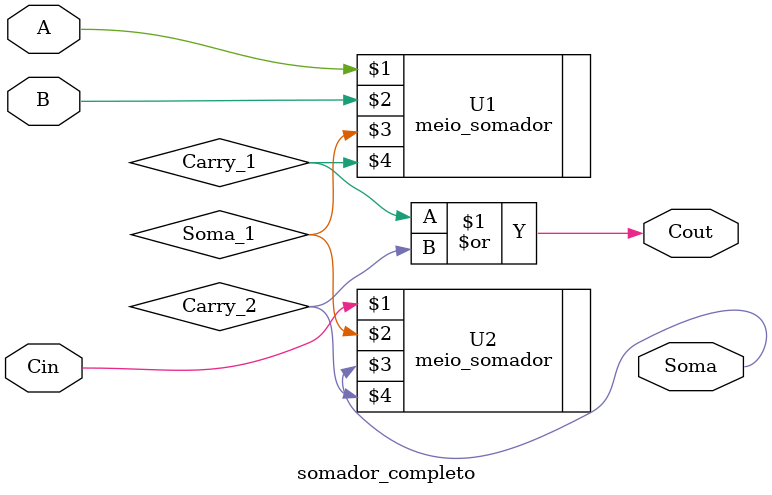
<source format=v>
module somador_completo (A, B, Cin, Soma, Cout);
 
input  A, B, Cin;
output Soma, Cout;
wire Carry_1, Carry_2, Soma_1; 
 
meio_somador U1 (A, B, Soma_1, Carry_1);
meio_somador U2 (Cin, Soma_1, Soma, Carry_2);
or           U3 (Cout, Carry_1, Carry_2);

endmodule
</source>
